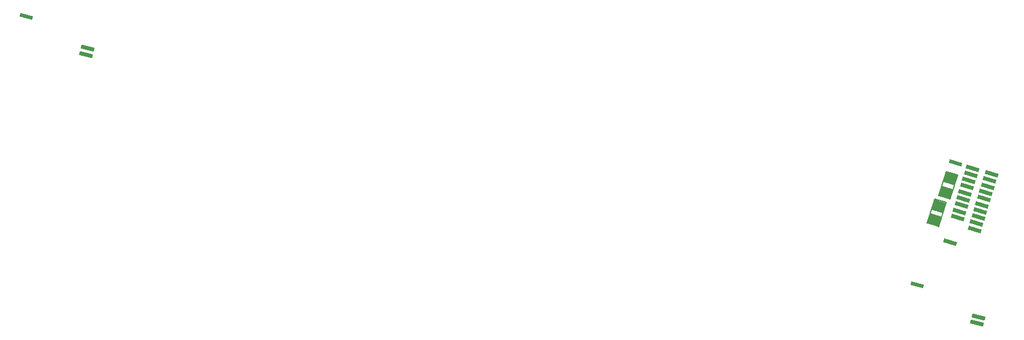
<source format=gbr>
*
G4_C Author: OrCAD GerbTool(tm) 8.1.1 Wed Jun 18 23:47:49 2003*
%LPD*%
%LNsilkbot*%
%FSLAX34Y34*%
%MOIN*%
%AD*%
%AMD25R98*
20,1,0.025000,0.000000,-0.035000,0.000000,0.035000,98.600000*
%
%AMD10R98*
20,1,0.050000,-0.025000,0.000000,0.025000,0.000000,98.600000*
%
%AMD25R98N2*
20,1,0.025000,0.000000,-0.035000,0.000000,0.035000,98.600000*
%
%AMD10R98N2*
20,1,0.050000,-0.025000,0.000000,0.025000,0.000000,98.600000*
%
%AMD25R86*
20,1,0.025000,0.000000,-0.035000,0.000000,0.035000,86.080000*
%
%AMD10R86*
20,1,0.050000,-0.025000,0.000000,0.025000,0.000000,86.080000*
%
%AMD16R5*
20,1,0.025000,-0.035000,0.000000,0.035000,0.000000,5.450000*
%
%AMD10R5*
20,1,0.050000,-0.025000,0.000000,0.025000,0.000000,5.450000*
%
%AMD16R5N2*
20,1,0.025000,-0.035000,0.000000,0.035000,0.000000,5.450000*
%
%AMD10R5N2*
20,1,0.050000,-0.025000,0.000000,0.025000,0.000000,5.450000*
%
%AMD32R3*
20,1,0.025000,0.034920,-0.002390,-0.034920,0.002390,3.950000*
%
%AMD33R3*
20,1,0.050000,-0.001710,-0.024940,0.001710,0.024940,3.950000*
%
%AMD32R3N2*
20,1,0.025000,0.034920,-0.002390,-0.034920,0.002390,3.910000*
%
%AMD33R3N2*
20,1,0.050000,-0.001710,-0.024940,0.001710,0.024940,3.910000*
%
%AMD32R3N3*
20,1,0.025000,0.034920,-0.002390,-0.034920,0.002390,3.920000*
%
%AMD33R3N3*
20,1,0.050000,-0.001710,-0.024940,0.001710,0.024940,3.920000*
%
%AMD29R80*
20,1,0.022000,0.000000,-0.040000,0.000000,0.040000,80.000000*
%
%AMD55R280*
20,1,0.022000,0.039390,-0.006950,-0.039390,0.006950,280.000000*
%
%AMD56R78*
20,1,0.022000,0.000000,-0.040000,0.000000,0.040000,78.000000*
%
%AMD29R75*
20,1,0.022000,0.000000,-0.040000,0.000000,0.040000,75.000000*
%
%AMD30R73*
20,1,0.024000,0.000000,-0.041000,0.000000,0.041000,73.000000*
%
%AMD26R73*
20,1,0.027000,0.000000,-0.036000,0.000000,0.036000,73.000000*
%
%AMD29R73*
20,1,0.022000,0.000000,-0.040000,0.000000,0.040000,73.000000*
%
%AMD29R75N2*
20,1,0.022000,0.000000,-0.040000,0.000000,0.040000,75.500000*
%
%AMD30R75*
20,1,0.024000,0.000000,-0.041000,0.000000,0.041000,75.500000*
%
%AMD29R75N3*
20,1,0.022000,0.000000,-0.040000,0.000000,0.040000,75.500000*
%
%AMD30R75N2*
20,1,0.024000,0.000000,-0.041000,0.000000,0.041000,75.500000*
%
%AMD30R75N3*
20,1,0.024000,0.000000,-0.041000,0.000000,0.041000,75.500000*
%
%AMD26R75*
20,1,0.027000,0.000000,-0.036000,0.000000,0.036000,75.500000*
%
%AMD29R75N4*
20,1,0.022000,0.000000,-0.040000,0.000000,0.040000,75.500000*
%
%AMD66R359*
20,1,0.024000,0.039690,-0.010270,-0.039690,0.010270,359.000000*
%
%AMD67R359*
20,1,0.027000,0.034850,-0.009010,-0.034850,0.009010,359.000000*
%
%AMD68R359*
20,1,0.022000,0.038730,-0.010020,-0.038730,0.010020,359.000000*
%
%AMD69R359*
20,1,0.024000,0.039500,-0.010960,-0.039500,0.010960,359.000000*
%
%AMD70R359*
20,1,0.027000,0.034690,-0.009620,-0.034690,0.009620,359.000000*
%
%AMD71R359*
20,1,0.022000,0.038550,-0.010690,-0.038550,0.010690,359.000000*
%
%AMD72R359*
20,1,0.024000,0.039300,-0.011650,-0.039300,0.011650,359.500000*
%
%AMD73R359*
20,1,0.027000,0.034520,-0.010220,-0.034520,0.010220,359.500000*
%
%AMD74R359*
20,1,0.022000,0.038360,-0.011360,-0.038360,0.011360,359.500000*
%
%ADD10R,0.050000X0.050000*%
%ADD11C,0.006000*%
%ADD12C,0.019000*%
%ADD13C,0.007900*%
%ADD14C,0.005000*%
%ADD15C,0.000800*%
%ADD16R,0.070000X0.025000*%
%ADD17R,0.068000X0.023000*%
%ADD18C,0.006000*%
%ADD19C,0.009800*%
%ADD20C,0.010000*%
%ADD21C,0.030000*%
%ADD22C,0.060000*%
%ADD23C,0.035000*%
%ADD24C,0.055000*%
%ADD25R,0.025000X0.070000*%
%ADD26R,0.027000X0.072000*%
%ADD27R,0.029000X0.058000*%
%ADD28R,0.031000X0.060000*%
%ADD29R,0.022000X0.080000*%
%ADD30R,0.024000X0.082000*%
%ADD31D10R98N2*%
%ADD32D25R86*%
%ADD33D10R86*%
%ADD34D16R5*%
%ADD35D10R5*%
%ADD36D16R5N2*%
%ADD37D10R5N2*%
%ADD38D25R98N2*%
%ADD39D10R98N2*%
%ADD40D25R86*%
%ADD41D10R86*%
%ADD42D16R5*%
%ADD43D10R5*%
%ADD44D16R5N2*%
%ADD45D10R5N2*%
%ADD46D32R3*%
%ADD47D33R3*%
%ADD48R,0.070000X0.025000*%
%ADD49D33R3N2*%
%ADD50C,0.011000*%
%ADD51C,0.036000*%
%ADD52C,0.015000*%
%ADD53R,0.070000X0.025000*%
%ADD54R,0.050000X0.050000*%
%ADD55D29R80*%
%ADD56R,0.022000X0.080000*%
%ADD57D56R78*%
%ADD58D29R75*%
%ADD59D30R73*%
%ADD60D26R73*%
%ADD61D29R73*%
%ADD62D29R75N2*%
%ADD63D30R75*%
%ADD64D29R75N3*%
%ADD65D30R75N2*%
%ADD66D30R75N3*%
%ADD67D26R75*%
%ADD68D29R75N4*%
%ADD69D66R359*%
%ADD70D67R359*%
%ADD71D68R359*%
%ADD72D69R359*%
%ADD73D70R359*%
%ADD74D71R359*%
%ADD75D72R359*%
%ADD76D73R359*%
%ADD77D74R359*%
G4_C OrCAD GerbTool Tool List *
G4_D50 1 0.0110 T 0 0*
G4_D51 3 0.0360 T 0 0*
G4_D52 2 0.0150 T 0 0*
G54D75*
G1X98362Y35898D3*
G1X98823Y37404D3*
G1X98937Y37780D3*
G1X99053Y38156D3*
G1X99168Y38533D3*
G1X99283Y38910D3*
G1X99513Y39662D3*
G1X99398Y39286D3*
G1X99628Y40038D3*
G1X99743Y40414D3*
G1X100891Y40064D3*
G1X100776Y39688D3*
G1X100661Y39312D3*
G1X100546Y38935D3*
G1X100431Y38559D3*
G1X100316Y38182D3*
G1X100201Y37805D3*
G1X100084Y37429D3*
G1X99970Y37053D3*
G1X99855Y36676D3*
G54D76*
G1X97355Y37055D3*
G1X97412Y37244D3*
G1X97467Y37420D3*
G1X97619Y37916D3*
G1X97678Y38106D3*
G1X97731Y38281D3*
G1X98124Y38324D2*
G54D18*
G1X97673Y36847D1*
G1X98125Y38325D2*
G1X97420Y38541D1*
G1X97420Y38542D2*
G1X96968Y37062D1*
G54D76*
G1X98064Y38728D3*
G1X98121Y38917D3*
G1X98176Y39093D3*
G1X98328Y39589D3*
G1X98387Y39779D3*
G1X98440Y39954D3*
G1X98833Y39997D2*
G54D18*
G1X98382Y38520D1*
G1X98834Y39998D2*
G1X98129Y40213D1*
G1X98129Y40214D2*
G1X97677Y38735D1*
G54D77*
G1X98712Y40731D3*
G54D64*
G1X96364Y33290D3*
G54D65*
G1X100096Y31341D3*
G1X100001Y30959D3*
G54D62*
G1X42128Y49670D3*
G54D63*
G1X45860Y47721D3*
G1X45765Y47339D3*
M2*

</source>
